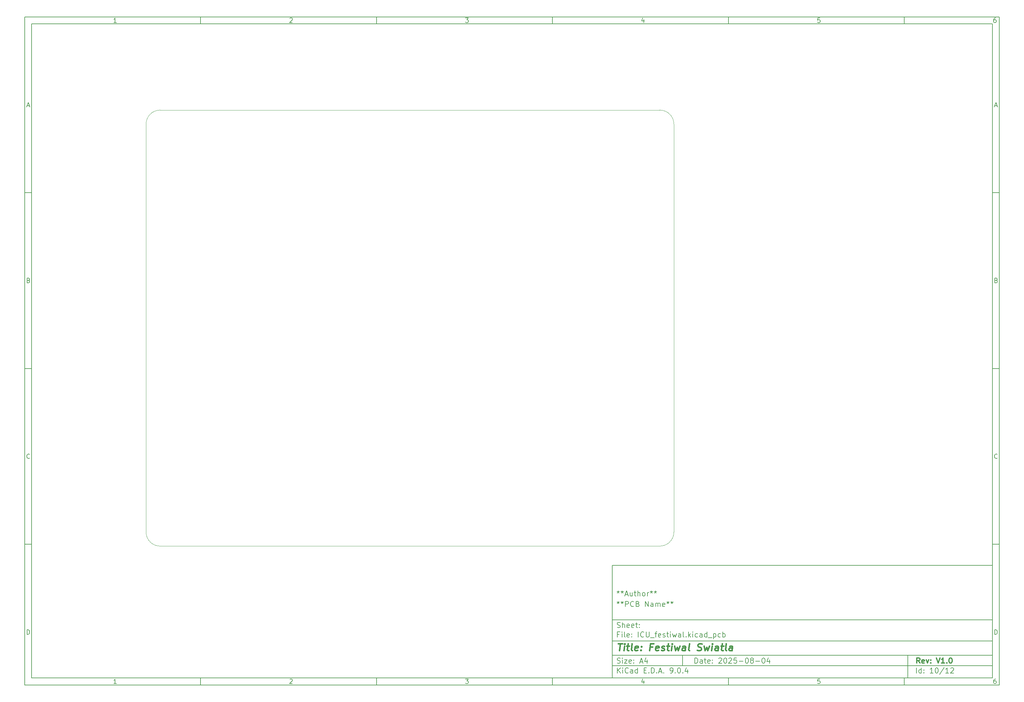
<source format=gbr>
%TF.GenerationSoftware,KiCad,Pcbnew,9.0.4*%
%TF.CreationDate,2025-08-27T10:43:00+02:00*%
%TF.ProjectId,ICU_festiwal,4943555f-6665-4737-9469-77616c2e6b69,V1.0*%
%TF.SameCoordinates,Original*%
%TF.FileFunction,Other,User*%
%FSLAX46Y46*%
G04 Gerber Fmt 4.6, Leading zero omitted, Abs format (unit mm)*
G04 Created by KiCad (PCBNEW 9.0.4) date 2025-08-27 10:43:00*
%MOMM*%
%LPD*%
G01*
G04 APERTURE LIST*
%ADD10C,0.100000*%
%ADD11C,0.150000*%
%ADD12C,0.300000*%
%ADD13C,0.400000*%
%TA.AperFunction,Profile*%
%ADD14C,0.050000*%
%TD*%
G04 APERTURE END LIST*
D10*
D11*
X177002200Y-166007200D02*
X285002200Y-166007200D01*
X285002200Y-198007200D01*
X177002200Y-198007200D01*
X177002200Y-166007200D01*
D10*
D11*
X10000000Y-10000000D02*
X287002200Y-10000000D01*
X287002200Y-200007200D01*
X10000000Y-200007200D01*
X10000000Y-10000000D01*
D10*
D11*
X12000000Y-12000000D02*
X285002200Y-12000000D01*
X285002200Y-198007200D01*
X12000000Y-198007200D01*
X12000000Y-12000000D01*
D10*
D11*
X60000000Y-12000000D02*
X60000000Y-10000000D01*
D10*
D11*
X110000000Y-12000000D02*
X110000000Y-10000000D01*
D10*
D11*
X160000000Y-12000000D02*
X160000000Y-10000000D01*
D10*
D11*
X210000000Y-12000000D02*
X210000000Y-10000000D01*
D10*
D11*
X260000000Y-12000000D02*
X260000000Y-10000000D01*
D10*
D11*
X36089160Y-11593604D02*
X35346303Y-11593604D01*
X35717731Y-11593604D02*
X35717731Y-10293604D01*
X35717731Y-10293604D02*
X35593922Y-10479319D01*
X35593922Y-10479319D02*
X35470112Y-10603128D01*
X35470112Y-10603128D02*
X35346303Y-10665033D01*
D10*
D11*
X85346303Y-10417414D02*
X85408207Y-10355509D01*
X85408207Y-10355509D02*
X85532017Y-10293604D01*
X85532017Y-10293604D02*
X85841541Y-10293604D01*
X85841541Y-10293604D02*
X85965350Y-10355509D01*
X85965350Y-10355509D02*
X86027255Y-10417414D01*
X86027255Y-10417414D02*
X86089160Y-10541223D01*
X86089160Y-10541223D02*
X86089160Y-10665033D01*
X86089160Y-10665033D02*
X86027255Y-10850747D01*
X86027255Y-10850747D02*
X85284398Y-11593604D01*
X85284398Y-11593604D02*
X86089160Y-11593604D01*
D10*
D11*
X135284398Y-10293604D02*
X136089160Y-10293604D01*
X136089160Y-10293604D02*
X135655826Y-10788842D01*
X135655826Y-10788842D02*
X135841541Y-10788842D01*
X135841541Y-10788842D02*
X135965350Y-10850747D01*
X135965350Y-10850747D02*
X136027255Y-10912652D01*
X136027255Y-10912652D02*
X136089160Y-11036461D01*
X136089160Y-11036461D02*
X136089160Y-11345985D01*
X136089160Y-11345985D02*
X136027255Y-11469795D01*
X136027255Y-11469795D02*
X135965350Y-11531700D01*
X135965350Y-11531700D02*
X135841541Y-11593604D01*
X135841541Y-11593604D02*
X135470112Y-11593604D01*
X135470112Y-11593604D02*
X135346303Y-11531700D01*
X135346303Y-11531700D02*
X135284398Y-11469795D01*
D10*
D11*
X185965350Y-10726938D02*
X185965350Y-11593604D01*
X185655826Y-10231700D02*
X185346303Y-11160271D01*
X185346303Y-11160271D02*
X186151064Y-11160271D01*
D10*
D11*
X236027255Y-10293604D02*
X235408207Y-10293604D01*
X235408207Y-10293604D02*
X235346303Y-10912652D01*
X235346303Y-10912652D02*
X235408207Y-10850747D01*
X235408207Y-10850747D02*
X235532017Y-10788842D01*
X235532017Y-10788842D02*
X235841541Y-10788842D01*
X235841541Y-10788842D02*
X235965350Y-10850747D01*
X235965350Y-10850747D02*
X236027255Y-10912652D01*
X236027255Y-10912652D02*
X236089160Y-11036461D01*
X236089160Y-11036461D02*
X236089160Y-11345985D01*
X236089160Y-11345985D02*
X236027255Y-11469795D01*
X236027255Y-11469795D02*
X235965350Y-11531700D01*
X235965350Y-11531700D02*
X235841541Y-11593604D01*
X235841541Y-11593604D02*
X235532017Y-11593604D01*
X235532017Y-11593604D02*
X235408207Y-11531700D01*
X235408207Y-11531700D02*
X235346303Y-11469795D01*
D10*
D11*
X285965350Y-10293604D02*
X285717731Y-10293604D01*
X285717731Y-10293604D02*
X285593922Y-10355509D01*
X285593922Y-10355509D02*
X285532017Y-10417414D01*
X285532017Y-10417414D02*
X285408207Y-10603128D01*
X285408207Y-10603128D02*
X285346303Y-10850747D01*
X285346303Y-10850747D02*
X285346303Y-11345985D01*
X285346303Y-11345985D02*
X285408207Y-11469795D01*
X285408207Y-11469795D02*
X285470112Y-11531700D01*
X285470112Y-11531700D02*
X285593922Y-11593604D01*
X285593922Y-11593604D02*
X285841541Y-11593604D01*
X285841541Y-11593604D02*
X285965350Y-11531700D01*
X285965350Y-11531700D02*
X286027255Y-11469795D01*
X286027255Y-11469795D02*
X286089160Y-11345985D01*
X286089160Y-11345985D02*
X286089160Y-11036461D01*
X286089160Y-11036461D02*
X286027255Y-10912652D01*
X286027255Y-10912652D02*
X285965350Y-10850747D01*
X285965350Y-10850747D02*
X285841541Y-10788842D01*
X285841541Y-10788842D02*
X285593922Y-10788842D01*
X285593922Y-10788842D02*
X285470112Y-10850747D01*
X285470112Y-10850747D02*
X285408207Y-10912652D01*
X285408207Y-10912652D02*
X285346303Y-11036461D01*
D10*
D11*
X60000000Y-198007200D02*
X60000000Y-200007200D01*
D10*
D11*
X110000000Y-198007200D02*
X110000000Y-200007200D01*
D10*
D11*
X160000000Y-198007200D02*
X160000000Y-200007200D01*
D10*
D11*
X210000000Y-198007200D02*
X210000000Y-200007200D01*
D10*
D11*
X260000000Y-198007200D02*
X260000000Y-200007200D01*
D10*
D11*
X36089160Y-199600804D02*
X35346303Y-199600804D01*
X35717731Y-199600804D02*
X35717731Y-198300804D01*
X35717731Y-198300804D02*
X35593922Y-198486519D01*
X35593922Y-198486519D02*
X35470112Y-198610328D01*
X35470112Y-198610328D02*
X35346303Y-198672233D01*
D10*
D11*
X85346303Y-198424614D02*
X85408207Y-198362709D01*
X85408207Y-198362709D02*
X85532017Y-198300804D01*
X85532017Y-198300804D02*
X85841541Y-198300804D01*
X85841541Y-198300804D02*
X85965350Y-198362709D01*
X85965350Y-198362709D02*
X86027255Y-198424614D01*
X86027255Y-198424614D02*
X86089160Y-198548423D01*
X86089160Y-198548423D02*
X86089160Y-198672233D01*
X86089160Y-198672233D02*
X86027255Y-198857947D01*
X86027255Y-198857947D02*
X85284398Y-199600804D01*
X85284398Y-199600804D02*
X86089160Y-199600804D01*
D10*
D11*
X135284398Y-198300804D02*
X136089160Y-198300804D01*
X136089160Y-198300804D02*
X135655826Y-198796042D01*
X135655826Y-198796042D02*
X135841541Y-198796042D01*
X135841541Y-198796042D02*
X135965350Y-198857947D01*
X135965350Y-198857947D02*
X136027255Y-198919852D01*
X136027255Y-198919852D02*
X136089160Y-199043661D01*
X136089160Y-199043661D02*
X136089160Y-199353185D01*
X136089160Y-199353185D02*
X136027255Y-199476995D01*
X136027255Y-199476995D02*
X135965350Y-199538900D01*
X135965350Y-199538900D02*
X135841541Y-199600804D01*
X135841541Y-199600804D02*
X135470112Y-199600804D01*
X135470112Y-199600804D02*
X135346303Y-199538900D01*
X135346303Y-199538900D02*
X135284398Y-199476995D01*
D10*
D11*
X185965350Y-198734138D02*
X185965350Y-199600804D01*
X185655826Y-198238900D02*
X185346303Y-199167471D01*
X185346303Y-199167471D02*
X186151064Y-199167471D01*
D10*
D11*
X236027255Y-198300804D02*
X235408207Y-198300804D01*
X235408207Y-198300804D02*
X235346303Y-198919852D01*
X235346303Y-198919852D02*
X235408207Y-198857947D01*
X235408207Y-198857947D02*
X235532017Y-198796042D01*
X235532017Y-198796042D02*
X235841541Y-198796042D01*
X235841541Y-198796042D02*
X235965350Y-198857947D01*
X235965350Y-198857947D02*
X236027255Y-198919852D01*
X236027255Y-198919852D02*
X236089160Y-199043661D01*
X236089160Y-199043661D02*
X236089160Y-199353185D01*
X236089160Y-199353185D02*
X236027255Y-199476995D01*
X236027255Y-199476995D02*
X235965350Y-199538900D01*
X235965350Y-199538900D02*
X235841541Y-199600804D01*
X235841541Y-199600804D02*
X235532017Y-199600804D01*
X235532017Y-199600804D02*
X235408207Y-199538900D01*
X235408207Y-199538900D02*
X235346303Y-199476995D01*
D10*
D11*
X285965350Y-198300804D02*
X285717731Y-198300804D01*
X285717731Y-198300804D02*
X285593922Y-198362709D01*
X285593922Y-198362709D02*
X285532017Y-198424614D01*
X285532017Y-198424614D02*
X285408207Y-198610328D01*
X285408207Y-198610328D02*
X285346303Y-198857947D01*
X285346303Y-198857947D02*
X285346303Y-199353185D01*
X285346303Y-199353185D02*
X285408207Y-199476995D01*
X285408207Y-199476995D02*
X285470112Y-199538900D01*
X285470112Y-199538900D02*
X285593922Y-199600804D01*
X285593922Y-199600804D02*
X285841541Y-199600804D01*
X285841541Y-199600804D02*
X285965350Y-199538900D01*
X285965350Y-199538900D02*
X286027255Y-199476995D01*
X286027255Y-199476995D02*
X286089160Y-199353185D01*
X286089160Y-199353185D02*
X286089160Y-199043661D01*
X286089160Y-199043661D02*
X286027255Y-198919852D01*
X286027255Y-198919852D02*
X285965350Y-198857947D01*
X285965350Y-198857947D02*
X285841541Y-198796042D01*
X285841541Y-198796042D02*
X285593922Y-198796042D01*
X285593922Y-198796042D02*
X285470112Y-198857947D01*
X285470112Y-198857947D02*
X285408207Y-198919852D01*
X285408207Y-198919852D02*
X285346303Y-199043661D01*
D10*
D11*
X10000000Y-60000000D02*
X12000000Y-60000000D01*
D10*
D11*
X10000000Y-110000000D02*
X12000000Y-110000000D01*
D10*
D11*
X10000000Y-160000000D02*
X12000000Y-160000000D01*
D10*
D11*
X10690476Y-35222176D02*
X11309523Y-35222176D01*
X10566666Y-35593604D02*
X10999999Y-34293604D01*
X10999999Y-34293604D02*
X11433333Y-35593604D01*
D10*
D11*
X11092857Y-84912652D02*
X11278571Y-84974557D01*
X11278571Y-84974557D02*
X11340476Y-85036461D01*
X11340476Y-85036461D02*
X11402380Y-85160271D01*
X11402380Y-85160271D02*
X11402380Y-85345985D01*
X11402380Y-85345985D02*
X11340476Y-85469795D01*
X11340476Y-85469795D02*
X11278571Y-85531700D01*
X11278571Y-85531700D02*
X11154761Y-85593604D01*
X11154761Y-85593604D02*
X10659523Y-85593604D01*
X10659523Y-85593604D02*
X10659523Y-84293604D01*
X10659523Y-84293604D02*
X11092857Y-84293604D01*
X11092857Y-84293604D02*
X11216666Y-84355509D01*
X11216666Y-84355509D02*
X11278571Y-84417414D01*
X11278571Y-84417414D02*
X11340476Y-84541223D01*
X11340476Y-84541223D02*
X11340476Y-84665033D01*
X11340476Y-84665033D02*
X11278571Y-84788842D01*
X11278571Y-84788842D02*
X11216666Y-84850747D01*
X11216666Y-84850747D02*
X11092857Y-84912652D01*
X11092857Y-84912652D02*
X10659523Y-84912652D01*
D10*
D11*
X11402380Y-135469795D02*
X11340476Y-135531700D01*
X11340476Y-135531700D02*
X11154761Y-135593604D01*
X11154761Y-135593604D02*
X11030952Y-135593604D01*
X11030952Y-135593604D02*
X10845238Y-135531700D01*
X10845238Y-135531700D02*
X10721428Y-135407890D01*
X10721428Y-135407890D02*
X10659523Y-135284080D01*
X10659523Y-135284080D02*
X10597619Y-135036461D01*
X10597619Y-135036461D02*
X10597619Y-134850747D01*
X10597619Y-134850747D02*
X10659523Y-134603128D01*
X10659523Y-134603128D02*
X10721428Y-134479319D01*
X10721428Y-134479319D02*
X10845238Y-134355509D01*
X10845238Y-134355509D02*
X11030952Y-134293604D01*
X11030952Y-134293604D02*
X11154761Y-134293604D01*
X11154761Y-134293604D02*
X11340476Y-134355509D01*
X11340476Y-134355509D02*
X11402380Y-134417414D01*
D10*
D11*
X10659523Y-185593604D02*
X10659523Y-184293604D01*
X10659523Y-184293604D02*
X10969047Y-184293604D01*
X10969047Y-184293604D02*
X11154761Y-184355509D01*
X11154761Y-184355509D02*
X11278571Y-184479319D01*
X11278571Y-184479319D02*
X11340476Y-184603128D01*
X11340476Y-184603128D02*
X11402380Y-184850747D01*
X11402380Y-184850747D02*
X11402380Y-185036461D01*
X11402380Y-185036461D02*
X11340476Y-185284080D01*
X11340476Y-185284080D02*
X11278571Y-185407890D01*
X11278571Y-185407890D02*
X11154761Y-185531700D01*
X11154761Y-185531700D02*
X10969047Y-185593604D01*
X10969047Y-185593604D02*
X10659523Y-185593604D01*
D10*
D11*
X287002200Y-60000000D02*
X285002200Y-60000000D01*
D10*
D11*
X287002200Y-110000000D02*
X285002200Y-110000000D01*
D10*
D11*
X287002200Y-160000000D02*
X285002200Y-160000000D01*
D10*
D11*
X285692676Y-35222176D02*
X286311723Y-35222176D01*
X285568866Y-35593604D02*
X286002199Y-34293604D01*
X286002199Y-34293604D02*
X286435533Y-35593604D01*
D10*
D11*
X286095057Y-84912652D02*
X286280771Y-84974557D01*
X286280771Y-84974557D02*
X286342676Y-85036461D01*
X286342676Y-85036461D02*
X286404580Y-85160271D01*
X286404580Y-85160271D02*
X286404580Y-85345985D01*
X286404580Y-85345985D02*
X286342676Y-85469795D01*
X286342676Y-85469795D02*
X286280771Y-85531700D01*
X286280771Y-85531700D02*
X286156961Y-85593604D01*
X286156961Y-85593604D02*
X285661723Y-85593604D01*
X285661723Y-85593604D02*
X285661723Y-84293604D01*
X285661723Y-84293604D02*
X286095057Y-84293604D01*
X286095057Y-84293604D02*
X286218866Y-84355509D01*
X286218866Y-84355509D02*
X286280771Y-84417414D01*
X286280771Y-84417414D02*
X286342676Y-84541223D01*
X286342676Y-84541223D02*
X286342676Y-84665033D01*
X286342676Y-84665033D02*
X286280771Y-84788842D01*
X286280771Y-84788842D02*
X286218866Y-84850747D01*
X286218866Y-84850747D02*
X286095057Y-84912652D01*
X286095057Y-84912652D02*
X285661723Y-84912652D01*
D10*
D11*
X286404580Y-135469795D02*
X286342676Y-135531700D01*
X286342676Y-135531700D02*
X286156961Y-135593604D01*
X286156961Y-135593604D02*
X286033152Y-135593604D01*
X286033152Y-135593604D02*
X285847438Y-135531700D01*
X285847438Y-135531700D02*
X285723628Y-135407890D01*
X285723628Y-135407890D02*
X285661723Y-135284080D01*
X285661723Y-135284080D02*
X285599819Y-135036461D01*
X285599819Y-135036461D02*
X285599819Y-134850747D01*
X285599819Y-134850747D02*
X285661723Y-134603128D01*
X285661723Y-134603128D02*
X285723628Y-134479319D01*
X285723628Y-134479319D02*
X285847438Y-134355509D01*
X285847438Y-134355509D02*
X286033152Y-134293604D01*
X286033152Y-134293604D02*
X286156961Y-134293604D01*
X286156961Y-134293604D02*
X286342676Y-134355509D01*
X286342676Y-134355509D02*
X286404580Y-134417414D01*
D10*
D11*
X285661723Y-185593604D02*
X285661723Y-184293604D01*
X285661723Y-184293604D02*
X285971247Y-184293604D01*
X285971247Y-184293604D02*
X286156961Y-184355509D01*
X286156961Y-184355509D02*
X286280771Y-184479319D01*
X286280771Y-184479319D02*
X286342676Y-184603128D01*
X286342676Y-184603128D02*
X286404580Y-184850747D01*
X286404580Y-184850747D02*
X286404580Y-185036461D01*
X286404580Y-185036461D02*
X286342676Y-185284080D01*
X286342676Y-185284080D02*
X286280771Y-185407890D01*
X286280771Y-185407890D02*
X286156961Y-185531700D01*
X286156961Y-185531700D02*
X285971247Y-185593604D01*
X285971247Y-185593604D02*
X285661723Y-185593604D01*
D10*
D11*
X200458026Y-193793328D02*
X200458026Y-192293328D01*
X200458026Y-192293328D02*
X200815169Y-192293328D01*
X200815169Y-192293328D02*
X201029455Y-192364757D01*
X201029455Y-192364757D02*
X201172312Y-192507614D01*
X201172312Y-192507614D02*
X201243741Y-192650471D01*
X201243741Y-192650471D02*
X201315169Y-192936185D01*
X201315169Y-192936185D02*
X201315169Y-193150471D01*
X201315169Y-193150471D02*
X201243741Y-193436185D01*
X201243741Y-193436185D02*
X201172312Y-193579042D01*
X201172312Y-193579042D02*
X201029455Y-193721900D01*
X201029455Y-193721900D02*
X200815169Y-193793328D01*
X200815169Y-193793328D02*
X200458026Y-193793328D01*
X202600884Y-193793328D02*
X202600884Y-193007614D01*
X202600884Y-193007614D02*
X202529455Y-192864757D01*
X202529455Y-192864757D02*
X202386598Y-192793328D01*
X202386598Y-192793328D02*
X202100884Y-192793328D01*
X202100884Y-192793328D02*
X201958026Y-192864757D01*
X202600884Y-193721900D02*
X202458026Y-193793328D01*
X202458026Y-193793328D02*
X202100884Y-193793328D01*
X202100884Y-193793328D02*
X201958026Y-193721900D01*
X201958026Y-193721900D02*
X201886598Y-193579042D01*
X201886598Y-193579042D02*
X201886598Y-193436185D01*
X201886598Y-193436185D02*
X201958026Y-193293328D01*
X201958026Y-193293328D02*
X202100884Y-193221900D01*
X202100884Y-193221900D02*
X202458026Y-193221900D01*
X202458026Y-193221900D02*
X202600884Y-193150471D01*
X203100884Y-192793328D02*
X203672312Y-192793328D01*
X203315169Y-192293328D02*
X203315169Y-193579042D01*
X203315169Y-193579042D02*
X203386598Y-193721900D01*
X203386598Y-193721900D02*
X203529455Y-193793328D01*
X203529455Y-193793328D02*
X203672312Y-193793328D01*
X204743741Y-193721900D02*
X204600884Y-193793328D01*
X204600884Y-193793328D02*
X204315170Y-193793328D01*
X204315170Y-193793328D02*
X204172312Y-193721900D01*
X204172312Y-193721900D02*
X204100884Y-193579042D01*
X204100884Y-193579042D02*
X204100884Y-193007614D01*
X204100884Y-193007614D02*
X204172312Y-192864757D01*
X204172312Y-192864757D02*
X204315170Y-192793328D01*
X204315170Y-192793328D02*
X204600884Y-192793328D01*
X204600884Y-192793328D02*
X204743741Y-192864757D01*
X204743741Y-192864757D02*
X204815170Y-193007614D01*
X204815170Y-193007614D02*
X204815170Y-193150471D01*
X204815170Y-193150471D02*
X204100884Y-193293328D01*
X205458026Y-193650471D02*
X205529455Y-193721900D01*
X205529455Y-193721900D02*
X205458026Y-193793328D01*
X205458026Y-193793328D02*
X205386598Y-193721900D01*
X205386598Y-193721900D02*
X205458026Y-193650471D01*
X205458026Y-193650471D02*
X205458026Y-193793328D01*
X205458026Y-192864757D02*
X205529455Y-192936185D01*
X205529455Y-192936185D02*
X205458026Y-193007614D01*
X205458026Y-193007614D02*
X205386598Y-192936185D01*
X205386598Y-192936185D02*
X205458026Y-192864757D01*
X205458026Y-192864757D02*
X205458026Y-193007614D01*
X207243741Y-192436185D02*
X207315169Y-192364757D01*
X207315169Y-192364757D02*
X207458027Y-192293328D01*
X207458027Y-192293328D02*
X207815169Y-192293328D01*
X207815169Y-192293328D02*
X207958027Y-192364757D01*
X207958027Y-192364757D02*
X208029455Y-192436185D01*
X208029455Y-192436185D02*
X208100884Y-192579042D01*
X208100884Y-192579042D02*
X208100884Y-192721900D01*
X208100884Y-192721900D02*
X208029455Y-192936185D01*
X208029455Y-192936185D02*
X207172312Y-193793328D01*
X207172312Y-193793328D02*
X208100884Y-193793328D01*
X209029455Y-192293328D02*
X209172312Y-192293328D01*
X209172312Y-192293328D02*
X209315169Y-192364757D01*
X209315169Y-192364757D02*
X209386598Y-192436185D01*
X209386598Y-192436185D02*
X209458026Y-192579042D01*
X209458026Y-192579042D02*
X209529455Y-192864757D01*
X209529455Y-192864757D02*
X209529455Y-193221900D01*
X209529455Y-193221900D02*
X209458026Y-193507614D01*
X209458026Y-193507614D02*
X209386598Y-193650471D01*
X209386598Y-193650471D02*
X209315169Y-193721900D01*
X209315169Y-193721900D02*
X209172312Y-193793328D01*
X209172312Y-193793328D02*
X209029455Y-193793328D01*
X209029455Y-193793328D02*
X208886598Y-193721900D01*
X208886598Y-193721900D02*
X208815169Y-193650471D01*
X208815169Y-193650471D02*
X208743740Y-193507614D01*
X208743740Y-193507614D02*
X208672312Y-193221900D01*
X208672312Y-193221900D02*
X208672312Y-192864757D01*
X208672312Y-192864757D02*
X208743740Y-192579042D01*
X208743740Y-192579042D02*
X208815169Y-192436185D01*
X208815169Y-192436185D02*
X208886598Y-192364757D01*
X208886598Y-192364757D02*
X209029455Y-192293328D01*
X210100883Y-192436185D02*
X210172311Y-192364757D01*
X210172311Y-192364757D02*
X210315169Y-192293328D01*
X210315169Y-192293328D02*
X210672311Y-192293328D01*
X210672311Y-192293328D02*
X210815169Y-192364757D01*
X210815169Y-192364757D02*
X210886597Y-192436185D01*
X210886597Y-192436185D02*
X210958026Y-192579042D01*
X210958026Y-192579042D02*
X210958026Y-192721900D01*
X210958026Y-192721900D02*
X210886597Y-192936185D01*
X210886597Y-192936185D02*
X210029454Y-193793328D01*
X210029454Y-193793328D02*
X210958026Y-193793328D01*
X212315168Y-192293328D02*
X211600882Y-192293328D01*
X211600882Y-192293328D02*
X211529454Y-193007614D01*
X211529454Y-193007614D02*
X211600882Y-192936185D01*
X211600882Y-192936185D02*
X211743740Y-192864757D01*
X211743740Y-192864757D02*
X212100882Y-192864757D01*
X212100882Y-192864757D02*
X212243740Y-192936185D01*
X212243740Y-192936185D02*
X212315168Y-193007614D01*
X212315168Y-193007614D02*
X212386597Y-193150471D01*
X212386597Y-193150471D02*
X212386597Y-193507614D01*
X212386597Y-193507614D02*
X212315168Y-193650471D01*
X212315168Y-193650471D02*
X212243740Y-193721900D01*
X212243740Y-193721900D02*
X212100882Y-193793328D01*
X212100882Y-193793328D02*
X211743740Y-193793328D01*
X211743740Y-193793328D02*
X211600882Y-193721900D01*
X211600882Y-193721900D02*
X211529454Y-193650471D01*
X213029453Y-193221900D02*
X214172311Y-193221900D01*
X215172311Y-192293328D02*
X215315168Y-192293328D01*
X215315168Y-192293328D02*
X215458025Y-192364757D01*
X215458025Y-192364757D02*
X215529454Y-192436185D01*
X215529454Y-192436185D02*
X215600882Y-192579042D01*
X215600882Y-192579042D02*
X215672311Y-192864757D01*
X215672311Y-192864757D02*
X215672311Y-193221900D01*
X215672311Y-193221900D02*
X215600882Y-193507614D01*
X215600882Y-193507614D02*
X215529454Y-193650471D01*
X215529454Y-193650471D02*
X215458025Y-193721900D01*
X215458025Y-193721900D02*
X215315168Y-193793328D01*
X215315168Y-193793328D02*
X215172311Y-193793328D01*
X215172311Y-193793328D02*
X215029454Y-193721900D01*
X215029454Y-193721900D02*
X214958025Y-193650471D01*
X214958025Y-193650471D02*
X214886596Y-193507614D01*
X214886596Y-193507614D02*
X214815168Y-193221900D01*
X214815168Y-193221900D02*
X214815168Y-192864757D01*
X214815168Y-192864757D02*
X214886596Y-192579042D01*
X214886596Y-192579042D02*
X214958025Y-192436185D01*
X214958025Y-192436185D02*
X215029454Y-192364757D01*
X215029454Y-192364757D02*
X215172311Y-192293328D01*
X216529453Y-192936185D02*
X216386596Y-192864757D01*
X216386596Y-192864757D02*
X216315167Y-192793328D01*
X216315167Y-192793328D02*
X216243739Y-192650471D01*
X216243739Y-192650471D02*
X216243739Y-192579042D01*
X216243739Y-192579042D02*
X216315167Y-192436185D01*
X216315167Y-192436185D02*
X216386596Y-192364757D01*
X216386596Y-192364757D02*
X216529453Y-192293328D01*
X216529453Y-192293328D02*
X216815167Y-192293328D01*
X216815167Y-192293328D02*
X216958025Y-192364757D01*
X216958025Y-192364757D02*
X217029453Y-192436185D01*
X217029453Y-192436185D02*
X217100882Y-192579042D01*
X217100882Y-192579042D02*
X217100882Y-192650471D01*
X217100882Y-192650471D02*
X217029453Y-192793328D01*
X217029453Y-192793328D02*
X216958025Y-192864757D01*
X216958025Y-192864757D02*
X216815167Y-192936185D01*
X216815167Y-192936185D02*
X216529453Y-192936185D01*
X216529453Y-192936185D02*
X216386596Y-193007614D01*
X216386596Y-193007614D02*
X216315167Y-193079042D01*
X216315167Y-193079042D02*
X216243739Y-193221900D01*
X216243739Y-193221900D02*
X216243739Y-193507614D01*
X216243739Y-193507614D02*
X216315167Y-193650471D01*
X216315167Y-193650471D02*
X216386596Y-193721900D01*
X216386596Y-193721900D02*
X216529453Y-193793328D01*
X216529453Y-193793328D02*
X216815167Y-193793328D01*
X216815167Y-193793328D02*
X216958025Y-193721900D01*
X216958025Y-193721900D02*
X217029453Y-193650471D01*
X217029453Y-193650471D02*
X217100882Y-193507614D01*
X217100882Y-193507614D02*
X217100882Y-193221900D01*
X217100882Y-193221900D02*
X217029453Y-193079042D01*
X217029453Y-193079042D02*
X216958025Y-193007614D01*
X216958025Y-193007614D02*
X216815167Y-192936185D01*
X217743738Y-193221900D02*
X218886596Y-193221900D01*
X219886596Y-192293328D02*
X220029453Y-192293328D01*
X220029453Y-192293328D02*
X220172310Y-192364757D01*
X220172310Y-192364757D02*
X220243739Y-192436185D01*
X220243739Y-192436185D02*
X220315167Y-192579042D01*
X220315167Y-192579042D02*
X220386596Y-192864757D01*
X220386596Y-192864757D02*
X220386596Y-193221900D01*
X220386596Y-193221900D02*
X220315167Y-193507614D01*
X220315167Y-193507614D02*
X220243739Y-193650471D01*
X220243739Y-193650471D02*
X220172310Y-193721900D01*
X220172310Y-193721900D02*
X220029453Y-193793328D01*
X220029453Y-193793328D02*
X219886596Y-193793328D01*
X219886596Y-193793328D02*
X219743739Y-193721900D01*
X219743739Y-193721900D02*
X219672310Y-193650471D01*
X219672310Y-193650471D02*
X219600881Y-193507614D01*
X219600881Y-193507614D02*
X219529453Y-193221900D01*
X219529453Y-193221900D02*
X219529453Y-192864757D01*
X219529453Y-192864757D02*
X219600881Y-192579042D01*
X219600881Y-192579042D02*
X219672310Y-192436185D01*
X219672310Y-192436185D02*
X219743739Y-192364757D01*
X219743739Y-192364757D02*
X219886596Y-192293328D01*
X221672310Y-192793328D02*
X221672310Y-193793328D01*
X221315167Y-192221900D02*
X220958024Y-193293328D01*
X220958024Y-193293328D02*
X221886595Y-193293328D01*
D10*
D11*
X177002200Y-194507200D02*
X285002200Y-194507200D01*
D10*
D11*
X178458026Y-196593328D02*
X178458026Y-195093328D01*
X179315169Y-196593328D02*
X178672312Y-195736185D01*
X179315169Y-195093328D02*
X178458026Y-195950471D01*
X179958026Y-196593328D02*
X179958026Y-195593328D01*
X179958026Y-195093328D02*
X179886598Y-195164757D01*
X179886598Y-195164757D02*
X179958026Y-195236185D01*
X179958026Y-195236185D02*
X180029455Y-195164757D01*
X180029455Y-195164757D02*
X179958026Y-195093328D01*
X179958026Y-195093328D02*
X179958026Y-195236185D01*
X181529455Y-196450471D02*
X181458027Y-196521900D01*
X181458027Y-196521900D02*
X181243741Y-196593328D01*
X181243741Y-196593328D02*
X181100884Y-196593328D01*
X181100884Y-196593328D02*
X180886598Y-196521900D01*
X180886598Y-196521900D02*
X180743741Y-196379042D01*
X180743741Y-196379042D02*
X180672312Y-196236185D01*
X180672312Y-196236185D02*
X180600884Y-195950471D01*
X180600884Y-195950471D02*
X180600884Y-195736185D01*
X180600884Y-195736185D02*
X180672312Y-195450471D01*
X180672312Y-195450471D02*
X180743741Y-195307614D01*
X180743741Y-195307614D02*
X180886598Y-195164757D01*
X180886598Y-195164757D02*
X181100884Y-195093328D01*
X181100884Y-195093328D02*
X181243741Y-195093328D01*
X181243741Y-195093328D02*
X181458027Y-195164757D01*
X181458027Y-195164757D02*
X181529455Y-195236185D01*
X182815170Y-196593328D02*
X182815170Y-195807614D01*
X182815170Y-195807614D02*
X182743741Y-195664757D01*
X182743741Y-195664757D02*
X182600884Y-195593328D01*
X182600884Y-195593328D02*
X182315170Y-195593328D01*
X182315170Y-195593328D02*
X182172312Y-195664757D01*
X182815170Y-196521900D02*
X182672312Y-196593328D01*
X182672312Y-196593328D02*
X182315170Y-196593328D01*
X182315170Y-196593328D02*
X182172312Y-196521900D01*
X182172312Y-196521900D02*
X182100884Y-196379042D01*
X182100884Y-196379042D02*
X182100884Y-196236185D01*
X182100884Y-196236185D02*
X182172312Y-196093328D01*
X182172312Y-196093328D02*
X182315170Y-196021900D01*
X182315170Y-196021900D02*
X182672312Y-196021900D01*
X182672312Y-196021900D02*
X182815170Y-195950471D01*
X184172313Y-196593328D02*
X184172313Y-195093328D01*
X184172313Y-196521900D02*
X184029455Y-196593328D01*
X184029455Y-196593328D02*
X183743741Y-196593328D01*
X183743741Y-196593328D02*
X183600884Y-196521900D01*
X183600884Y-196521900D02*
X183529455Y-196450471D01*
X183529455Y-196450471D02*
X183458027Y-196307614D01*
X183458027Y-196307614D02*
X183458027Y-195879042D01*
X183458027Y-195879042D02*
X183529455Y-195736185D01*
X183529455Y-195736185D02*
X183600884Y-195664757D01*
X183600884Y-195664757D02*
X183743741Y-195593328D01*
X183743741Y-195593328D02*
X184029455Y-195593328D01*
X184029455Y-195593328D02*
X184172313Y-195664757D01*
X186029455Y-195807614D02*
X186529455Y-195807614D01*
X186743741Y-196593328D02*
X186029455Y-196593328D01*
X186029455Y-196593328D02*
X186029455Y-195093328D01*
X186029455Y-195093328D02*
X186743741Y-195093328D01*
X187386598Y-196450471D02*
X187458027Y-196521900D01*
X187458027Y-196521900D02*
X187386598Y-196593328D01*
X187386598Y-196593328D02*
X187315170Y-196521900D01*
X187315170Y-196521900D02*
X187386598Y-196450471D01*
X187386598Y-196450471D02*
X187386598Y-196593328D01*
X188100884Y-196593328D02*
X188100884Y-195093328D01*
X188100884Y-195093328D02*
X188458027Y-195093328D01*
X188458027Y-195093328D02*
X188672313Y-195164757D01*
X188672313Y-195164757D02*
X188815170Y-195307614D01*
X188815170Y-195307614D02*
X188886599Y-195450471D01*
X188886599Y-195450471D02*
X188958027Y-195736185D01*
X188958027Y-195736185D02*
X188958027Y-195950471D01*
X188958027Y-195950471D02*
X188886599Y-196236185D01*
X188886599Y-196236185D02*
X188815170Y-196379042D01*
X188815170Y-196379042D02*
X188672313Y-196521900D01*
X188672313Y-196521900D02*
X188458027Y-196593328D01*
X188458027Y-196593328D02*
X188100884Y-196593328D01*
X189600884Y-196450471D02*
X189672313Y-196521900D01*
X189672313Y-196521900D02*
X189600884Y-196593328D01*
X189600884Y-196593328D02*
X189529456Y-196521900D01*
X189529456Y-196521900D02*
X189600884Y-196450471D01*
X189600884Y-196450471D02*
X189600884Y-196593328D01*
X190243742Y-196164757D02*
X190958028Y-196164757D01*
X190100885Y-196593328D02*
X190600885Y-195093328D01*
X190600885Y-195093328D02*
X191100885Y-196593328D01*
X191600884Y-196450471D02*
X191672313Y-196521900D01*
X191672313Y-196521900D02*
X191600884Y-196593328D01*
X191600884Y-196593328D02*
X191529456Y-196521900D01*
X191529456Y-196521900D02*
X191600884Y-196450471D01*
X191600884Y-196450471D02*
X191600884Y-196593328D01*
X193529456Y-196593328D02*
X193815170Y-196593328D01*
X193815170Y-196593328D02*
X193958027Y-196521900D01*
X193958027Y-196521900D02*
X194029456Y-196450471D01*
X194029456Y-196450471D02*
X194172313Y-196236185D01*
X194172313Y-196236185D02*
X194243742Y-195950471D01*
X194243742Y-195950471D02*
X194243742Y-195379042D01*
X194243742Y-195379042D02*
X194172313Y-195236185D01*
X194172313Y-195236185D02*
X194100885Y-195164757D01*
X194100885Y-195164757D02*
X193958027Y-195093328D01*
X193958027Y-195093328D02*
X193672313Y-195093328D01*
X193672313Y-195093328D02*
X193529456Y-195164757D01*
X193529456Y-195164757D02*
X193458027Y-195236185D01*
X193458027Y-195236185D02*
X193386599Y-195379042D01*
X193386599Y-195379042D02*
X193386599Y-195736185D01*
X193386599Y-195736185D02*
X193458027Y-195879042D01*
X193458027Y-195879042D02*
X193529456Y-195950471D01*
X193529456Y-195950471D02*
X193672313Y-196021900D01*
X193672313Y-196021900D02*
X193958027Y-196021900D01*
X193958027Y-196021900D02*
X194100885Y-195950471D01*
X194100885Y-195950471D02*
X194172313Y-195879042D01*
X194172313Y-195879042D02*
X194243742Y-195736185D01*
X194886598Y-196450471D02*
X194958027Y-196521900D01*
X194958027Y-196521900D02*
X194886598Y-196593328D01*
X194886598Y-196593328D02*
X194815170Y-196521900D01*
X194815170Y-196521900D02*
X194886598Y-196450471D01*
X194886598Y-196450471D02*
X194886598Y-196593328D01*
X195886599Y-195093328D02*
X196029456Y-195093328D01*
X196029456Y-195093328D02*
X196172313Y-195164757D01*
X196172313Y-195164757D02*
X196243742Y-195236185D01*
X196243742Y-195236185D02*
X196315170Y-195379042D01*
X196315170Y-195379042D02*
X196386599Y-195664757D01*
X196386599Y-195664757D02*
X196386599Y-196021900D01*
X196386599Y-196021900D02*
X196315170Y-196307614D01*
X196315170Y-196307614D02*
X196243742Y-196450471D01*
X196243742Y-196450471D02*
X196172313Y-196521900D01*
X196172313Y-196521900D02*
X196029456Y-196593328D01*
X196029456Y-196593328D02*
X195886599Y-196593328D01*
X195886599Y-196593328D02*
X195743742Y-196521900D01*
X195743742Y-196521900D02*
X195672313Y-196450471D01*
X195672313Y-196450471D02*
X195600884Y-196307614D01*
X195600884Y-196307614D02*
X195529456Y-196021900D01*
X195529456Y-196021900D02*
X195529456Y-195664757D01*
X195529456Y-195664757D02*
X195600884Y-195379042D01*
X195600884Y-195379042D02*
X195672313Y-195236185D01*
X195672313Y-195236185D02*
X195743742Y-195164757D01*
X195743742Y-195164757D02*
X195886599Y-195093328D01*
X197029455Y-196450471D02*
X197100884Y-196521900D01*
X197100884Y-196521900D02*
X197029455Y-196593328D01*
X197029455Y-196593328D02*
X196958027Y-196521900D01*
X196958027Y-196521900D02*
X197029455Y-196450471D01*
X197029455Y-196450471D02*
X197029455Y-196593328D01*
X198386599Y-195593328D02*
X198386599Y-196593328D01*
X198029456Y-195021900D02*
X197672313Y-196093328D01*
X197672313Y-196093328D02*
X198600884Y-196093328D01*
D10*
D11*
X177002200Y-191507200D02*
X285002200Y-191507200D01*
D10*
D12*
X264413853Y-193785528D02*
X263913853Y-193071242D01*
X263556710Y-193785528D02*
X263556710Y-192285528D01*
X263556710Y-192285528D02*
X264128139Y-192285528D01*
X264128139Y-192285528D02*
X264270996Y-192356957D01*
X264270996Y-192356957D02*
X264342425Y-192428385D01*
X264342425Y-192428385D02*
X264413853Y-192571242D01*
X264413853Y-192571242D02*
X264413853Y-192785528D01*
X264413853Y-192785528D02*
X264342425Y-192928385D01*
X264342425Y-192928385D02*
X264270996Y-192999814D01*
X264270996Y-192999814D02*
X264128139Y-193071242D01*
X264128139Y-193071242D02*
X263556710Y-193071242D01*
X265628139Y-193714100D02*
X265485282Y-193785528D01*
X265485282Y-193785528D02*
X265199568Y-193785528D01*
X265199568Y-193785528D02*
X265056710Y-193714100D01*
X265056710Y-193714100D02*
X264985282Y-193571242D01*
X264985282Y-193571242D02*
X264985282Y-192999814D01*
X264985282Y-192999814D02*
X265056710Y-192856957D01*
X265056710Y-192856957D02*
X265199568Y-192785528D01*
X265199568Y-192785528D02*
X265485282Y-192785528D01*
X265485282Y-192785528D02*
X265628139Y-192856957D01*
X265628139Y-192856957D02*
X265699568Y-192999814D01*
X265699568Y-192999814D02*
X265699568Y-193142671D01*
X265699568Y-193142671D02*
X264985282Y-193285528D01*
X266199567Y-192785528D02*
X266556710Y-193785528D01*
X266556710Y-193785528D02*
X266913853Y-192785528D01*
X267485281Y-193642671D02*
X267556710Y-193714100D01*
X267556710Y-193714100D02*
X267485281Y-193785528D01*
X267485281Y-193785528D02*
X267413853Y-193714100D01*
X267413853Y-193714100D02*
X267485281Y-193642671D01*
X267485281Y-193642671D02*
X267485281Y-193785528D01*
X267485281Y-192856957D02*
X267556710Y-192928385D01*
X267556710Y-192928385D02*
X267485281Y-192999814D01*
X267485281Y-192999814D02*
X267413853Y-192928385D01*
X267413853Y-192928385D02*
X267485281Y-192856957D01*
X267485281Y-192856957D02*
X267485281Y-192999814D01*
X269128139Y-192285528D02*
X269628139Y-193785528D01*
X269628139Y-193785528D02*
X270128139Y-192285528D01*
X271413853Y-193785528D02*
X270556710Y-193785528D01*
X270985281Y-193785528D02*
X270985281Y-192285528D01*
X270985281Y-192285528D02*
X270842424Y-192499814D01*
X270842424Y-192499814D02*
X270699567Y-192642671D01*
X270699567Y-192642671D02*
X270556710Y-192714100D01*
X272056709Y-193642671D02*
X272128138Y-193714100D01*
X272128138Y-193714100D02*
X272056709Y-193785528D01*
X272056709Y-193785528D02*
X271985281Y-193714100D01*
X271985281Y-193714100D02*
X272056709Y-193642671D01*
X272056709Y-193642671D02*
X272056709Y-193785528D01*
X273056710Y-192285528D02*
X273199567Y-192285528D01*
X273199567Y-192285528D02*
X273342424Y-192356957D01*
X273342424Y-192356957D02*
X273413853Y-192428385D01*
X273413853Y-192428385D02*
X273485281Y-192571242D01*
X273485281Y-192571242D02*
X273556710Y-192856957D01*
X273556710Y-192856957D02*
X273556710Y-193214100D01*
X273556710Y-193214100D02*
X273485281Y-193499814D01*
X273485281Y-193499814D02*
X273413853Y-193642671D01*
X273413853Y-193642671D02*
X273342424Y-193714100D01*
X273342424Y-193714100D02*
X273199567Y-193785528D01*
X273199567Y-193785528D02*
X273056710Y-193785528D01*
X273056710Y-193785528D02*
X272913853Y-193714100D01*
X272913853Y-193714100D02*
X272842424Y-193642671D01*
X272842424Y-193642671D02*
X272770995Y-193499814D01*
X272770995Y-193499814D02*
X272699567Y-193214100D01*
X272699567Y-193214100D02*
X272699567Y-192856957D01*
X272699567Y-192856957D02*
X272770995Y-192571242D01*
X272770995Y-192571242D02*
X272842424Y-192428385D01*
X272842424Y-192428385D02*
X272913853Y-192356957D01*
X272913853Y-192356957D02*
X273056710Y-192285528D01*
D10*
D11*
X178386598Y-193721900D02*
X178600884Y-193793328D01*
X178600884Y-193793328D02*
X178958026Y-193793328D01*
X178958026Y-193793328D02*
X179100884Y-193721900D01*
X179100884Y-193721900D02*
X179172312Y-193650471D01*
X179172312Y-193650471D02*
X179243741Y-193507614D01*
X179243741Y-193507614D02*
X179243741Y-193364757D01*
X179243741Y-193364757D02*
X179172312Y-193221900D01*
X179172312Y-193221900D02*
X179100884Y-193150471D01*
X179100884Y-193150471D02*
X178958026Y-193079042D01*
X178958026Y-193079042D02*
X178672312Y-193007614D01*
X178672312Y-193007614D02*
X178529455Y-192936185D01*
X178529455Y-192936185D02*
X178458026Y-192864757D01*
X178458026Y-192864757D02*
X178386598Y-192721900D01*
X178386598Y-192721900D02*
X178386598Y-192579042D01*
X178386598Y-192579042D02*
X178458026Y-192436185D01*
X178458026Y-192436185D02*
X178529455Y-192364757D01*
X178529455Y-192364757D02*
X178672312Y-192293328D01*
X178672312Y-192293328D02*
X179029455Y-192293328D01*
X179029455Y-192293328D02*
X179243741Y-192364757D01*
X179886597Y-193793328D02*
X179886597Y-192793328D01*
X179886597Y-192293328D02*
X179815169Y-192364757D01*
X179815169Y-192364757D02*
X179886597Y-192436185D01*
X179886597Y-192436185D02*
X179958026Y-192364757D01*
X179958026Y-192364757D02*
X179886597Y-192293328D01*
X179886597Y-192293328D02*
X179886597Y-192436185D01*
X180458026Y-192793328D02*
X181243741Y-192793328D01*
X181243741Y-192793328D02*
X180458026Y-193793328D01*
X180458026Y-193793328D02*
X181243741Y-193793328D01*
X182386598Y-193721900D02*
X182243741Y-193793328D01*
X182243741Y-193793328D02*
X181958027Y-193793328D01*
X181958027Y-193793328D02*
X181815169Y-193721900D01*
X181815169Y-193721900D02*
X181743741Y-193579042D01*
X181743741Y-193579042D02*
X181743741Y-193007614D01*
X181743741Y-193007614D02*
X181815169Y-192864757D01*
X181815169Y-192864757D02*
X181958027Y-192793328D01*
X181958027Y-192793328D02*
X182243741Y-192793328D01*
X182243741Y-192793328D02*
X182386598Y-192864757D01*
X182386598Y-192864757D02*
X182458027Y-193007614D01*
X182458027Y-193007614D02*
X182458027Y-193150471D01*
X182458027Y-193150471D02*
X181743741Y-193293328D01*
X183100883Y-193650471D02*
X183172312Y-193721900D01*
X183172312Y-193721900D02*
X183100883Y-193793328D01*
X183100883Y-193793328D02*
X183029455Y-193721900D01*
X183029455Y-193721900D02*
X183100883Y-193650471D01*
X183100883Y-193650471D02*
X183100883Y-193793328D01*
X183100883Y-192864757D02*
X183172312Y-192936185D01*
X183172312Y-192936185D02*
X183100883Y-193007614D01*
X183100883Y-193007614D02*
X183029455Y-192936185D01*
X183029455Y-192936185D02*
X183100883Y-192864757D01*
X183100883Y-192864757D02*
X183100883Y-193007614D01*
X184886598Y-193364757D02*
X185600884Y-193364757D01*
X184743741Y-193793328D02*
X185243741Y-192293328D01*
X185243741Y-192293328D02*
X185743741Y-193793328D01*
X186886598Y-192793328D02*
X186886598Y-193793328D01*
X186529455Y-192221900D02*
X186172312Y-193293328D01*
X186172312Y-193293328D02*
X187100883Y-193293328D01*
D10*
D11*
X263458026Y-196593328D02*
X263458026Y-195093328D01*
X264815170Y-196593328D02*
X264815170Y-195093328D01*
X264815170Y-196521900D02*
X264672312Y-196593328D01*
X264672312Y-196593328D02*
X264386598Y-196593328D01*
X264386598Y-196593328D02*
X264243741Y-196521900D01*
X264243741Y-196521900D02*
X264172312Y-196450471D01*
X264172312Y-196450471D02*
X264100884Y-196307614D01*
X264100884Y-196307614D02*
X264100884Y-195879042D01*
X264100884Y-195879042D02*
X264172312Y-195736185D01*
X264172312Y-195736185D02*
X264243741Y-195664757D01*
X264243741Y-195664757D02*
X264386598Y-195593328D01*
X264386598Y-195593328D02*
X264672312Y-195593328D01*
X264672312Y-195593328D02*
X264815170Y-195664757D01*
X265529455Y-196450471D02*
X265600884Y-196521900D01*
X265600884Y-196521900D02*
X265529455Y-196593328D01*
X265529455Y-196593328D02*
X265458027Y-196521900D01*
X265458027Y-196521900D02*
X265529455Y-196450471D01*
X265529455Y-196450471D02*
X265529455Y-196593328D01*
X265529455Y-195664757D02*
X265600884Y-195736185D01*
X265600884Y-195736185D02*
X265529455Y-195807614D01*
X265529455Y-195807614D02*
X265458027Y-195736185D01*
X265458027Y-195736185D02*
X265529455Y-195664757D01*
X265529455Y-195664757D02*
X265529455Y-195807614D01*
X268172313Y-196593328D02*
X267315170Y-196593328D01*
X267743741Y-196593328D02*
X267743741Y-195093328D01*
X267743741Y-195093328D02*
X267600884Y-195307614D01*
X267600884Y-195307614D02*
X267458027Y-195450471D01*
X267458027Y-195450471D02*
X267315170Y-195521900D01*
X269100884Y-195093328D02*
X269243741Y-195093328D01*
X269243741Y-195093328D02*
X269386598Y-195164757D01*
X269386598Y-195164757D02*
X269458027Y-195236185D01*
X269458027Y-195236185D02*
X269529455Y-195379042D01*
X269529455Y-195379042D02*
X269600884Y-195664757D01*
X269600884Y-195664757D02*
X269600884Y-196021900D01*
X269600884Y-196021900D02*
X269529455Y-196307614D01*
X269529455Y-196307614D02*
X269458027Y-196450471D01*
X269458027Y-196450471D02*
X269386598Y-196521900D01*
X269386598Y-196521900D02*
X269243741Y-196593328D01*
X269243741Y-196593328D02*
X269100884Y-196593328D01*
X269100884Y-196593328D02*
X268958027Y-196521900D01*
X268958027Y-196521900D02*
X268886598Y-196450471D01*
X268886598Y-196450471D02*
X268815169Y-196307614D01*
X268815169Y-196307614D02*
X268743741Y-196021900D01*
X268743741Y-196021900D02*
X268743741Y-195664757D01*
X268743741Y-195664757D02*
X268815169Y-195379042D01*
X268815169Y-195379042D02*
X268886598Y-195236185D01*
X268886598Y-195236185D02*
X268958027Y-195164757D01*
X268958027Y-195164757D02*
X269100884Y-195093328D01*
X271315169Y-195021900D02*
X270029455Y-196950471D01*
X272600884Y-196593328D02*
X271743741Y-196593328D01*
X272172312Y-196593328D02*
X272172312Y-195093328D01*
X272172312Y-195093328D02*
X272029455Y-195307614D01*
X272029455Y-195307614D02*
X271886598Y-195450471D01*
X271886598Y-195450471D02*
X271743741Y-195521900D01*
X273172312Y-195236185D02*
X273243740Y-195164757D01*
X273243740Y-195164757D02*
X273386598Y-195093328D01*
X273386598Y-195093328D02*
X273743740Y-195093328D01*
X273743740Y-195093328D02*
X273886598Y-195164757D01*
X273886598Y-195164757D02*
X273958026Y-195236185D01*
X273958026Y-195236185D02*
X274029455Y-195379042D01*
X274029455Y-195379042D02*
X274029455Y-195521900D01*
X274029455Y-195521900D02*
X273958026Y-195736185D01*
X273958026Y-195736185D02*
X273100883Y-196593328D01*
X273100883Y-196593328D02*
X274029455Y-196593328D01*
D10*
D11*
X177002200Y-187507200D02*
X285002200Y-187507200D01*
D10*
D13*
X178693928Y-188211638D02*
X179836785Y-188211638D01*
X179015357Y-190211638D02*
X179265357Y-188211638D01*
X180253452Y-190211638D02*
X180420119Y-188878304D01*
X180503452Y-188211638D02*
X180396309Y-188306876D01*
X180396309Y-188306876D02*
X180479643Y-188402114D01*
X180479643Y-188402114D02*
X180586786Y-188306876D01*
X180586786Y-188306876D02*
X180503452Y-188211638D01*
X180503452Y-188211638D02*
X180479643Y-188402114D01*
X181086786Y-188878304D02*
X181848690Y-188878304D01*
X181455833Y-188211638D02*
X181241548Y-189925923D01*
X181241548Y-189925923D02*
X181312976Y-190116400D01*
X181312976Y-190116400D02*
X181491548Y-190211638D01*
X181491548Y-190211638D02*
X181682024Y-190211638D01*
X182634405Y-190211638D02*
X182455833Y-190116400D01*
X182455833Y-190116400D02*
X182384405Y-189925923D01*
X182384405Y-189925923D02*
X182598690Y-188211638D01*
X184170119Y-190116400D02*
X183967738Y-190211638D01*
X183967738Y-190211638D02*
X183586785Y-190211638D01*
X183586785Y-190211638D02*
X183408214Y-190116400D01*
X183408214Y-190116400D02*
X183336785Y-189925923D01*
X183336785Y-189925923D02*
X183432024Y-189164019D01*
X183432024Y-189164019D02*
X183551071Y-188973542D01*
X183551071Y-188973542D02*
X183753452Y-188878304D01*
X183753452Y-188878304D02*
X184134404Y-188878304D01*
X184134404Y-188878304D02*
X184312976Y-188973542D01*
X184312976Y-188973542D02*
X184384404Y-189164019D01*
X184384404Y-189164019D02*
X184360595Y-189354495D01*
X184360595Y-189354495D02*
X183384404Y-189544971D01*
X185134405Y-190021161D02*
X185217738Y-190116400D01*
X185217738Y-190116400D02*
X185110595Y-190211638D01*
X185110595Y-190211638D02*
X185027262Y-190116400D01*
X185027262Y-190116400D02*
X185134405Y-190021161D01*
X185134405Y-190021161D02*
X185110595Y-190211638D01*
X185265357Y-188973542D02*
X185348690Y-189068780D01*
X185348690Y-189068780D02*
X185241548Y-189164019D01*
X185241548Y-189164019D02*
X185158214Y-189068780D01*
X185158214Y-189068780D02*
X185265357Y-188973542D01*
X185265357Y-188973542D02*
X185241548Y-189164019D01*
X188384405Y-189164019D02*
X187717739Y-189164019D01*
X187586786Y-190211638D02*
X187836786Y-188211638D01*
X187836786Y-188211638D02*
X188789167Y-188211638D01*
X190074882Y-190116400D02*
X189872501Y-190211638D01*
X189872501Y-190211638D02*
X189491548Y-190211638D01*
X189491548Y-190211638D02*
X189312977Y-190116400D01*
X189312977Y-190116400D02*
X189241548Y-189925923D01*
X189241548Y-189925923D02*
X189336787Y-189164019D01*
X189336787Y-189164019D02*
X189455834Y-188973542D01*
X189455834Y-188973542D02*
X189658215Y-188878304D01*
X189658215Y-188878304D02*
X190039167Y-188878304D01*
X190039167Y-188878304D02*
X190217739Y-188973542D01*
X190217739Y-188973542D02*
X190289167Y-189164019D01*
X190289167Y-189164019D02*
X190265358Y-189354495D01*
X190265358Y-189354495D02*
X189289167Y-189544971D01*
X190932025Y-190116400D02*
X191110596Y-190211638D01*
X191110596Y-190211638D02*
X191491549Y-190211638D01*
X191491549Y-190211638D02*
X191693930Y-190116400D01*
X191693930Y-190116400D02*
X191812977Y-189925923D01*
X191812977Y-189925923D02*
X191824882Y-189830685D01*
X191824882Y-189830685D02*
X191753453Y-189640209D01*
X191753453Y-189640209D02*
X191574882Y-189544971D01*
X191574882Y-189544971D02*
X191289168Y-189544971D01*
X191289168Y-189544971D02*
X191110596Y-189449733D01*
X191110596Y-189449733D02*
X191039168Y-189259257D01*
X191039168Y-189259257D02*
X191051073Y-189164019D01*
X191051073Y-189164019D02*
X191170120Y-188973542D01*
X191170120Y-188973542D02*
X191372501Y-188878304D01*
X191372501Y-188878304D02*
X191658215Y-188878304D01*
X191658215Y-188878304D02*
X191836787Y-188973542D01*
X192515359Y-188878304D02*
X193277263Y-188878304D01*
X192884406Y-188211638D02*
X192670121Y-189925923D01*
X192670121Y-189925923D02*
X192741549Y-190116400D01*
X192741549Y-190116400D02*
X192920121Y-190211638D01*
X192920121Y-190211638D02*
X193110597Y-190211638D01*
X193777263Y-190211638D02*
X193943930Y-188878304D01*
X194027263Y-188211638D02*
X193920120Y-188306876D01*
X193920120Y-188306876D02*
X194003454Y-188402114D01*
X194003454Y-188402114D02*
X194110597Y-188306876D01*
X194110597Y-188306876D02*
X194027263Y-188211638D01*
X194027263Y-188211638D02*
X194003454Y-188402114D01*
X194705835Y-188878304D02*
X194920120Y-190211638D01*
X194920120Y-190211638D02*
X195420120Y-189259257D01*
X195420120Y-189259257D02*
X195682025Y-190211638D01*
X195682025Y-190211638D02*
X196229644Y-188878304D01*
X197682025Y-190211638D02*
X197812977Y-189164019D01*
X197812977Y-189164019D02*
X197741549Y-188973542D01*
X197741549Y-188973542D02*
X197562977Y-188878304D01*
X197562977Y-188878304D02*
X197182025Y-188878304D01*
X197182025Y-188878304D02*
X196979644Y-188973542D01*
X197693930Y-190116400D02*
X197491549Y-190211638D01*
X197491549Y-190211638D02*
X197015358Y-190211638D01*
X197015358Y-190211638D02*
X196836787Y-190116400D01*
X196836787Y-190116400D02*
X196765358Y-189925923D01*
X196765358Y-189925923D02*
X196789168Y-189735447D01*
X196789168Y-189735447D02*
X196908216Y-189544971D01*
X196908216Y-189544971D02*
X197110597Y-189449733D01*
X197110597Y-189449733D02*
X197586787Y-189449733D01*
X197586787Y-189449733D02*
X197789168Y-189354495D01*
X198920121Y-190211638D02*
X198741549Y-190116400D01*
X198741549Y-190116400D02*
X198670121Y-189925923D01*
X198670121Y-189925923D02*
X198884406Y-188211638D01*
X201122502Y-190116400D02*
X201396311Y-190211638D01*
X201396311Y-190211638D02*
X201872502Y-190211638D01*
X201872502Y-190211638D02*
X202074883Y-190116400D01*
X202074883Y-190116400D02*
X202182026Y-190021161D01*
X202182026Y-190021161D02*
X202301073Y-189830685D01*
X202301073Y-189830685D02*
X202324883Y-189640209D01*
X202324883Y-189640209D02*
X202253454Y-189449733D01*
X202253454Y-189449733D02*
X202170121Y-189354495D01*
X202170121Y-189354495D02*
X201991550Y-189259257D01*
X201991550Y-189259257D02*
X201622502Y-189164019D01*
X201622502Y-189164019D02*
X201443930Y-189068780D01*
X201443930Y-189068780D02*
X201360597Y-188973542D01*
X201360597Y-188973542D02*
X201289169Y-188783066D01*
X201289169Y-188783066D02*
X201312978Y-188592590D01*
X201312978Y-188592590D02*
X201432026Y-188402114D01*
X201432026Y-188402114D02*
X201539169Y-188306876D01*
X201539169Y-188306876D02*
X201741550Y-188211638D01*
X201741550Y-188211638D02*
X202217740Y-188211638D01*
X202217740Y-188211638D02*
X202491550Y-188306876D01*
X203086788Y-188878304D02*
X203301073Y-190211638D01*
X203301073Y-190211638D02*
X203801073Y-189259257D01*
X203801073Y-189259257D02*
X204062978Y-190211638D01*
X204062978Y-190211638D02*
X204610597Y-188878304D01*
X205205835Y-190211638D02*
X205372502Y-188878304D01*
X205455835Y-188211638D02*
X205348692Y-188306876D01*
X205348692Y-188306876D02*
X205432026Y-188402114D01*
X205432026Y-188402114D02*
X205539169Y-188306876D01*
X205539169Y-188306876D02*
X205455835Y-188211638D01*
X205455835Y-188211638D02*
X205432026Y-188402114D01*
X207015359Y-190211638D02*
X207146311Y-189164019D01*
X207146311Y-189164019D02*
X207074883Y-188973542D01*
X207074883Y-188973542D02*
X206896311Y-188878304D01*
X206896311Y-188878304D02*
X206515359Y-188878304D01*
X206515359Y-188878304D02*
X206312978Y-188973542D01*
X207027264Y-190116400D02*
X206824883Y-190211638D01*
X206824883Y-190211638D02*
X206348692Y-190211638D01*
X206348692Y-190211638D02*
X206170121Y-190116400D01*
X206170121Y-190116400D02*
X206098692Y-189925923D01*
X206098692Y-189925923D02*
X206122502Y-189735447D01*
X206122502Y-189735447D02*
X206241550Y-189544971D01*
X206241550Y-189544971D02*
X206443931Y-189449733D01*
X206443931Y-189449733D02*
X206920121Y-189449733D01*
X206920121Y-189449733D02*
X207122502Y-189354495D01*
X207848693Y-188878304D02*
X208610597Y-188878304D01*
X208217740Y-188211638D02*
X208003455Y-189925923D01*
X208003455Y-189925923D02*
X208074883Y-190116400D01*
X208074883Y-190116400D02*
X208253455Y-190211638D01*
X208253455Y-190211638D02*
X208443931Y-190211638D01*
X209396312Y-190211638D02*
X209217740Y-190116400D01*
X209217740Y-190116400D02*
X209146312Y-189925923D01*
X209146312Y-189925923D02*
X209360597Y-188211638D01*
X211015359Y-190211638D02*
X211146311Y-189164019D01*
X211146311Y-189164019D02*
X211074883Y-188973542D01*
X211074883Y-188973542D02*
X210896311Y-188878304D01*
X210896311Y-188878304D02*
X210515359Y-188878304D01*
X210515359Y-188878304D02*
X210312978Y-188973542D01*
X211027264Y-190116400D02*
X210824883Y-190211638D01*
X210824883Y-190211638D02*
X210348692Y-190211638D01*
X210348692Y-190211638D02*
X210170121Y-190116400D01*
X210170121Y-190116400D02*
X210098692Y-189925923D01*
X210098692Y-189925923D02*
X210122502Y-189735447D01*
X210122502Y-189735447D02*
X210241550Y-189544971D01*
X210241550Y-189544971D02*
X210443931Y-189449733D01*
X210443931Y-189449733D02*
X210920121Y-189449733D01*
X210920121Y-189449733D02*
X211122502Y-189354495D01*
D10*
D11*
X178958026Y-185607614D02*
X178458026Y-185607614D01*
X178458026Y-186393328D02*
X178458026Y-184893328D01*
X178458026Y-184893328D02*
X179172312Y-184893328D01*
X179743740Y-186393328D02*
X179743740Y-185393328D01*
X179743740Y-184893328D02*
X179672312Y-184964757D01*
X179672312Y-184964757D02*
X179743740Y-185036185D01*
X179743740Y-185036185D02*
X179815169Y-184964757D01*
X179815169Y-184964757D02*
X179743740Y-184893328D01*
X179743740Y-184893328D02*
X179743740Y-185036185D01*
X180672312Y-186393328D02*
X180529455Y-186321900D01*
X180529455Y-186321900D02*
X180458026Y-186179042D01*
X180458026Y-186179042D02*
X180458026Y-184893328D01*
X181815169Y-186321900D02*
X181672312Y-186393328D01*
X181672312Y-186393328D02*
X181386598Y-186393328D01*
X181386598Y-186393328D02*
X181243740Y-186321900D01*
X181243740Y-186321900D02*
X181172312Y-186179042D01*
X181172312Y-186179042D02*
X181172312Y-185607614D01*
X181172312Y-185607614D02*
X181243740Y-185464757D01*
X181243740Y-185464757D02*
X181386598Y-185393328D01*
X181386598Y-185393328D02*
X181672312Y-185393328D01*
X181672312Y-185393328D02*
X181815169Y-185464757D01*
X181815169Y-185464757D02*
X181886598Y-185607614D01*
X181886598Y-185607614D02*
X181886598Y-185750471D01*
X181886598Y-185750471D02*
X181172312Y-185893328D01*
X182529454Y-186250471D02*
X182600883Y-186321900D01*
X182600883Y-186321900D02*
X182529454Y-186393328D01*
X182529454Y-186393328D02*
X182458026Y-186321900D01*
X182458026Y-186321900D02*
X182529454Y-186250471D01*
X182529454Y-186250471D02*
X182529454Y-186393328D01*
X182529454Y-185464757D02*
X182600883Y-185536185D01*
X182600883Y-185536185D02*
X182529454Y-185607614D01*
X182529454Y-185607614D02*
X182458026Y-185536185D01*
X182458026Y-185536185D02*
X182529454Y-185464757D01*
X182529454Y-185464757D02*
X182529454Y-185607614D01*
X184386597Y-186393328D02*
X184386597Y-184893328D01*
X185958026Y-186250471D02*
X185886598Y-186321900D01*
X185886598Y-186321900D02*
X185672312Y-186393328D01*
X185672312Y-186393328D02*
X185529455Y-186393328D01*
X185529455Y-186393328D02*
X185315169Y-186321900D01*
X185315169Y-186321900D02*
X185172312Y-186179042D01*
X185172312Y-186179042D02*
X185100883Y-186036185D01*
X185100883Y-186036185D02*
X185029455Y-185750471D01*
X185029455Y-185750471D02*
X185029455Y-185536185D01*
X185029455Y-185536185D02*
X185100883Y-185250471D01*
X185100883Y-185250471D02*
X185172312Y-185107614D01*
X185172312Y-185107614D02*
X185315169Y-184964757D01*
X185315169Y-184964757D02*
X185529455Y-184893328D01*
X185529455Y-184893328D02*
X185672312Y-184893328D01*
X185672312Y-184893328D02*
X185886598Y-184964757D01*
X185886598Y-184964757D02*
X185958026Y-185036185D01*
X186600883Y-184893328D02*
X186600883Y-186107614D01*
X186600883Y-186107614D02*
X186672312Y-186250471D01*
X186672312Y-186250471D02*
X186743741Y-186321900D01*
X186743741Y-186321900D02*
X186886598Y-186393328D01*
X186886598Y-186393328D02*
X187172312Y-186393328D01*
X187172312Y-186393328D02*
X187315169Y-186321900D01*
X187315169Y-186321900D02*
X187386598Y-186250471D01*
X187386598Y-186250471D02*
X187458026Y-186107614D01*
X187458026Y-186107614D02*
X187458026Y-184893328D01*
X187815170Y-186536185D02*
X188958027Y-186536185D01*
X189100884Y-185393328D02*
X189672312Y-185393328D01*
X189315169Y-186393328D02*
X189315169Y-185107614D01*
X189315169Y-185107614D02*
X189386598Y-184964757D01*
X189386598Y-184964757D02*
X189529455Y-184893328D01*
X189529455Y-184893328D02*
X189672312Y-184893328D01*
X190743741Y-186321900D02*
X190600884Y-186393328D01*
X190600884Y-186393328D02*
X190315170Y-186393328D01*
X190315170Y-186393328D02*
X190172312Y-186321900D01*
X190172312Y-186321900D02*
X190100884Y-186179042D01*
X190100884Y-186179042D02*
X190100884Y-185607614D01*
X190100884Y-185607614D02*
X190172312Y-185464757D01*
X190172312Y-185464757D02*
X190315170Y-185393328D01*
X190315170Y-185393328D02*
X190600884Y-185393328D01*
X190600884Y-185393328D02*
X190743741Y-185464757D01*
X190743741Y-185464757D02*
X190815170Y-185607614D01*
X190815170Y-185607614D02*
X190815170Y-185750471D01*
X190815170Y-185750471D02*
X190100884Y-185893328D01*
X191386598Y-186321900D02*
X191529455Y-186393328D01*
X191529455Y-186393328D02*
X191815169Y-186393328D01*
X191815169Y-186393328D02*
X191958026Y-186321900D01*
X191958026Y-186321900D02*
X192029455Y-186179042D01*
X192029455Y-186179042D02*
X192029455Y-186107614D01*
X192029455Y-186107614D02*
X191958026Y-185964757D01*
X191958026Y-185964757D02*
X191815169Y-185893328D01*
X191815169Y-185893328D02*
X191600884Y-185893328D01*
X191600884Y-185893328D02*
X191458026Y-185821900D01*
X191458026Y-185821900D02*
X191386598Y-185679042D01*
X191386598Y-185679042D02*
X191386598Y-185607614D01*
X191386598Y-185607614D02*
X191458026Y-185464757D01*
X191458026Y-185464757D02*
X191600884Y-185393328D01*
X191600884Y-185393328D02*
X191815169Y-185393328D01*
X191815169Y-185393328D02*
X191958026Y-185464757D01*
X192458027Y-185393328D02*
X193029455Y-185393328D01*
X192672312Y-184893328D02*
X192672312Y-186179042D01*
X192672312Y-186179042D02*
X192743741Y-186321900D01*
X192743741Y-186321900D02*
X192886598Y-186393328D01*
X192886598Y-186393328D02*
X193029455Y-186393328D01*
X193529455Y-186393328D02*
X193529455Y-185393328D01*
X193529455Y-184893328D02*
X193458027Y-184964757D01*
X193458027Y-184964757D02*
X193529455Y-185036185D01*
X193529455Y-185036185D02*
X193600884Y-184964757D01*
X193600884Y-184964757D02*
X193529455Y-184893328D01*
X193529455Y-184893328D02*
X193529455Y-185036185D01*
X194100884Y-185393328D02*
X194386599Y-186393328D01*
X194386599Y-186393328D02*
X194672313Y-185679042D01*
X194672313Y-185679042D02*
X194958027Y-186393328D01*
X194958027Y-186393328D02*
X195243741Y-185393328D01*
X196458028Y-186393328D02*
X196458028Y-185607614D01*
X196458028Y-185607614D02*
X196386599Y-185464757D01*
X196386599Y-185464757D02*
X196243742Y-185393328D01*
X196243742Y-185393328D02*
X195958028Y-185393328D01*
X195958028Y-185393328D02*
X195815170Y-185464757D01*
X196458028Y-186321900D02*
X196315170Y-186393328D01*
X196315170Y-186393328D02*
X195958028Y-186393328D01*
X195958028Y-186393328D02*
X195815170Y-186321900D01*
X195815170Y-186321900D02*
X195743742Y-186179042D01*
X195743742Y-186179042D02*
X195743742Y-186036185D01*
X195743742Y-186036185D02*
X195815170Y-185893328D01*
X195815170Y-185893328D02*
X195958028Y-185821900D01*
X195958028Y-185821900D02*
X196315170Y-185821900D01*
X196315170Y-185821900D02*
X196458028Y-185750471D01*
X197386599Y-186393328D02*
X197243742Y-186321900D01*
X197243742Y-186321900D02*
X197172313Y-186179042D01*
X197172313Y-186179042D02*
X197172313Y-184893328D01*
X197958027Y-186250471D02*
X198029456Y-186321900D01*
X198029456Y-186321900D02*
X197958027Y-186393328D01*
X197958027Y-186393328D02*
X197886599Y-186321900D01*
X197886599Y-186321900D02*
X197958027Y-186250471D01*
X197958027Y-186250471D02*
X197958027Y-186393328D01*
X198672313Y-186393328D02*
X198672313Y-184893328D01*
X198815171Y-185821900D02*
X199243742Y-186393328D01*
X199243742Y-185393328D02*
X198672313Y-185964757D01*
X199886599Y-186393328D02*
X199886599Y-185393328D01*
X199886599Y-184893328D02*
X199815171Y-184964757D01*
X199815171Y-184964757D02*
X199886599Y-185036185D01*
X199886599Y-185036185D02*
X199958028Y-184964757D01*
X199958028Y-184964757D02*
X199886599Y-184893328D01*
X199886599Y-184893328D02*
X199886599Y-185036185D01*
X201243743Y-186321900D02*
X201100885Y-186393328D01*
X201100885Y-186393328D02*
X200815171Y-186393328D01*
X200815171Y-186393328D02*
X200672314Y-186321900D01*
X200672314Y-186321900D02*
X200600885Y-186250471D01*
X200600885Y-186250471D02*
X200529457Y-186107614D01*
X200529457Y-186107614D02*
X200529457Y-185679042D01*
X200529457Y-185679042D02*
X200600885Y-185536185D01*
X200600885Y-185536185D02*
X200672314Y-185464757D01*
X200672314Y-185464757D02*
X200815171Y-185393328D01*
X200815171Y-185393328D02*
X201100885Y-185393328D01*
X201100885Y-185393328D02*
X201243743Y-185464757D01*
X202529457Y-186393328D02*
X202529457Y-185607614D01*
X202529457Y-185607614D02*
X202458028Y-185464757D01*
X202458028Y-185464757D02*
X202315171Y-185393328D01*
X202315171Y-185393328D02*
X202029457Y-185393328D01*
X202029457Y-185393328D02*
X201886599Y-185464757D01*
X202529457Y-186321900D02*
X202386599Y-186393328D01*
X202386599Y-186393328D02*
X202029457Y-186393328D01*
X202029457Y-186393328D02*
X201886599Y-186321900D01*
X201886599Y-186321900D02*
X201815171Y-186179042D01*
X201815171Y-186179042D02*
X201815171Y-186036185D01*
X201815171Y-186036185D02*
X201886599Y-185893328D01*
X201886599Y-185893328D02*
X202029457Y-185821900D01*
X202029457Y-185821900D02*
X202386599Y-185821900D01*
X202386599Y-185821900D02*
X202529457Y-185750471D01*
X203886600Y-186393328D02*
X203886600Y-184893328D01*
X203886600Y-186321900D02*
X203743742Y-186393328D01*
X203743742Y-186393328D02*
X203458028Y-186393328D01*
X203458028Y-186393328D02*
X203315171Y-186321900D01*
X203315171Y-186321900D02*
X203243742Y-186250471D01*
X203243742Y-186250471D02*
X203172314Y-186107614D01*
X203172314Y-186107614D02*
X203172314Y-185679042D01*
X203172314Y-185679042D02*
X203243742Y-185536185D01*
X203243742Y-185536185D02*
X203315171Y-185464757D01*
X203315171Y-185464757D02*
X203458028Y-185393328D01*
X203458028Y-185393328D02*
X203743742Y-185393328D01*
X203743742Y-185393328D02*
X203886600Y-185464757D01*
X204243743Y-186536185D02*
X205386600Y-186536185D01*
X205743742Y-185393328D02*
X205743742Y-186893328D01*
X205743742Y-185464757D02*
X205886600Y-185393328D01*
X205886600Y-185393328D02*
X206172314Y-185393328D01*
X206172314Y-185393328D02*
X206315171Y-185464757D01*
X206315171Y-185464757D02*
X206386600Y-185536185D01*
X206386600Y-185536185D02*
X206458028Y-185679042D01*
X206458028Y-185679042D02*
X206458028Y-186107614D01*
X206458028Y-186107614D02*
X206386600Y-186250471D01*
X206386600Y-186250471D02*
X206315171Y-186321900D01*
X206315171Y-186321900D02*
X206172314Y-186393328D01*
X206172314Y-186393328D02*
X205886600Y-186393328D01*
X205886600Y-186393328D02*
X205743742Y-186321900D01*
X207743743Y-186321900D02*
X207600885Y-186393328D01*
X207600885Y-186393328D02*
X207315171Y-186393328D01*
X207315171Y-186393328D02*
X207172314Y-186321900D01*
X207172314Y-186321900D02*
X207100885Y-186250471D01*
X207100885Y-186250471D02*
X207029457Y-186107614D01*
X207029457Y-186107614D02*
X207029457Y-185679042D01*
X207029457Y-185679042D02*
X207100885Y-185536185D01*
X207100885Y-185536185D02*
X207172314Y-185464757D01*
X207172314Y-185464757D02*
X207315171Y-185393328D01*
X207315171Y-185393328D02*
X207600885Y-185393328D01*
X207600885Y-185393328D02*
X207743743Y-185464757D01*
X208386599Y-186393328D02*
X208386599Y-184893328D01*
X208386599Y-185464757D02*
X208529457Y-185393328D01*
X208529457Y-185393328D02*
X208815171Y-185393328D01*
X208815171Y-185393328D02*
X208958028Y-185464757D01*
X208958028Y-185464757D02*
X209029457Y-185536185D01*
X209029457Y-185536185D02*
X209100885Y-185679042D01*
X209100885Y-185679042D02*
X209100885Y-186107614D01*
X209100885Y-186107614D02*
X209029457Y-186250471D01*
X209029457Y-186250471D02*
X208958028Y-186321900D01*
X208958028Y-186321900D02*
X208815171Y-186393328D01*
X208815171Y-186393328D02*
X208529457Y-186393328D01*
X208529457Y-186393328D02*
X208386599Y-186321900D01*
D10*
D11*
X177002200Y-181507200D02*
X285002200Y-181507200D01*
D10*
D11*
X178386598Y-183621900D02*
X178600884Y-183693328D01*
X178600884Y-183693328D02*
X178958026Y-183693328D01*
X178958026Y-183693328D02*
X179100884Y-183621900D01*
X179100884Y-183621900D02*
X179172312Y-183550471D01*
X179172312Y-183550471D02*
X179243741Y-183407614D01*
X179243741Y-183407614D02*
X179243741Y-183264757D01*
X179243741Y-183264757D02*
X179172312Y-183121900D01*
X179172312Y-183121900D02*
X179100884Y-183050471D01*
X179100884Y-183050471D02*
X178958026Y-182979042D01*
X178958026Y-182979042D02*
X178672312Y-182907614D01*
X178672312Y-182907614D02*
X178529455Y-182836185D01*
X178529455Y-182836185D02*
X178458026Y-182764757D01*
X178458026Y-182764757D02*
X178386598Y-182621900D01*
X178386598Y-182621900D02*
X178386598Y-182479042D01*
X178386598Y-182479042D02*
X178458026Y-182336185D01*
X178458026Y-182336185D02*
X178529455Y-182264757D01*
X178529455Y-182264757D02*
X178672312Y-182193328D01*
X178672312Y-182193328D02*
X179029455Y-182193328D01*
X179029455Y-182193328D02*
X179243741Y-182264757D01*
X179886597Y-183693328D02*
X179886597Y-182193328D01*
X180529455Y-183693328D02*
X180529455Y-182907614D01*
X180529455Y-182907614D02*
X180458026Y-182764757D01*
X180458026Y-182764757D02*
X180315169Y-182693328D01*
X180315169Y-182693328D02*
X180100883Y-182693328D01*
X180100883Y-182693328D02*
X179958026Y-182764757D01*
X179958026Y-182764757D02*
X179886597Y-182836185D01*
X181815169Y-183621900D02*
X181672312Y-183693328D01*
X181672312Y-183693328D02*
X181386598Y-183693328D01*
X181386598Y-183693328D02*
X181243740Y-183621900D01*
X181243740Y-183621900D02*
X181172312Y-183479042D01*
X181172312Y-183479042D02*
X181172312Y-182907614D01*
X181172312Y-182907614D02*
X181243740Y-182764757D01*
X181243740Y-182764757D02*
X181386598Y-182693328D01*
X181386598Y-182693328D02*
X181672312Y-182693328D01*
X181672312Y-182693328D02*
X181815169Y-182764757D01*
X181815169Y-182764757D02*
X181886598Y-182907614D01*
X181886598Y-182907614D02*
X181886598Y-183050471D01*
X181886598Y-183050471D02*
X181172312Y-183193328D01*
X183100883Y-183621900D02*
X182958026Y-183693328D01*
X182958026Y-183693328D02*
X182672312Y-183693328D01*
X182672312Y-183693328D02*
X182529454Y-183621900D01*
X182529454Y-183621900D02*
X182458026Y-183479042D01*
X182458026Y-183479042D02*
X182458026Y-182907614D01*
X182458026Y-182907614D02*
X182529454Y-182764757D01*
X182529454Y-182764757D02*
X182672312Y-182693328D01*
X182672312Y-182693328D02*
X182958026Y-182693328D01*
X182958026Y-182693328D02*
X183100883Y-182764757D01*
X183100883Y-182764757D02*
X183172312Y-182907614D01*
X183172312Y-182907614D02*
X183172312Y-183050471D01*
X183172312Y-183050471D02*
X182458026Y-183193328D01*
X183600883Y-182693328D02*
X184172311Y-182693328D01*
X183815168Y-182193328D02*
X183815168Y-183479042D01*
X183815168Y-183479042D02*
X183886597Y-183621900D01*
X183886597Y-183621900D02*
X184029454Y-183693328D01*
X184029454Y-183693328D02*
X184172311Y-183693328D01*
X184672311Y-183550471D02*
X184743740Y-183621900D01*
X184743740Y-183621900D02*
X184672311Y-183693328D01*
X184672311Y-183693328D02*
X184600883Y-183621900D01*
X184600883Y-183621900D02*
X184672311Y-183550471D01*
X184672311Y-183550471D02*
X184672311Y-183693328D01*
X184672311Y-182764757D02*
X184743740Y-182836185D01*
X184743740Y-182836185D02*
X184672311Y-182907614D01*
X184672311Y-182907614D02*
X184600883Y-182836185D01*
X184600883Y-182836185D02*
X184672311Y-182764757D01*
X184672311Y-182764757D02*
X184672311Y-182907614D01*
D10*
D11*
X178672312Y-176193328D02*
X178672312Y-176550471D01*
X178315169Y-176407614D02*
X178672312Y-176550471D01*
X178672312Y-176550471D02*
X179029455Y-176407614D01*
X178458026Y-176836185D02*
X178672312Y-176550471D01*
X178672312Y-176550471D02*
X178886598Y-176836185D01*
X179815169Y-176193328D02*
X179815169Y-176550471D01*
X179458026Y-176407614D02*
X179815169Y-176550471D01*
X179815169Y-176550471D02*
X180172312Y-176407614D01*
X179600883Y-176836185D02*
X179815169Y-176550471D01*
X179815169Y-176550471D02*
X180029455Y-176836185D01*
X180743740Y-177693328D02*
X180743740Y-176193328D01*
X180743740Y-176193328D02*
X181315169Y-176193328D01*
X181315169Y-176193328D02*
X181458026Y-176264757D01*
X181458026Y-176264757D02*
X181529455Y-176336185D01*
X181529455Y-176336185D02*
X181600883Y-176479042D01*
X181600883Y-176479042D02*
X181600883Y-176693328D01*
X181600883Y-176693328D02*
X181529455Y-176836185D01*
X181529455Y-176836185D02*
X181458026Y-176907614D01*
X181458026Y-176907614D02*
X181315169Y-176979042D01*
X181315169Y-176979042D02*
X180743740Y-176979042D01*
X183100883Y-177550471D02*
X183029455Y-177621900D01*
X183029455Y-177621900D02*
X182815169Y-177693328D01*
X182815169Y-177693328D02*
X182672312Y-177693328D01*
X182672312Y-177693328D02*
X182458026Y-177621900D01*
X182458026Y-177621900D02*
X182315169Y-177479042D01*
X182315169Y-177479042D02*
X182243740Y-177336185D01*
X182243740Y-177336185D02*
X182172312Y-177050471D01*
X182172312Y-177050471D02*
X182172312Y-176836185D01*
X182172312Y-176836185D02*
X182243740Y-176550471D01*
X182243740Y-176550471D02*
X182315169Y-176407614D01*
X182315169Y-176407614D02*
X182458026Y-176264757D01*
X182458026Y-176264757D02*
X182672312Y-176193328D01*
X182672312Y-176193328D02*
X182815169Y-176193328D01*
X182815169Y-176193328D02*
X183029455Y-176264757D01*
X183029455Y-176264757D02*
X183100883Y-176336185D01*
X184243740Y-176907614D02*
X184458026Y-176979042D01*
X184458026Y-176979042D02*
X184529455Y-177050471D01*
X184529455Y-177050471D02*
X184600883Y-177193328D01*
X184600883Y-177193328D02*
X184600883Y-177407614D01*
X184600883Y-177407614D02*
X184529455Y-177550471D01*
X184529455Y-177550471D02*
X184458026Y-177621900D01*
X184458026Y-177621900D02*
X184315169Y-177693328D01*
X184315169Y-177693328D02*
X183743740Y-177693328D01*
X183743740Y-177693328D02*
X183743740Y-176193328D01*
X183743740Y-176193328D02*
X184243740Y-176193328D01*
X184243740Y-176193328D02*
X184386598Y-176264757D01*
X184386598Y-176264757D02*
X184458026Y-176336185D01*
X184458026Y-176336185D02*
X184529455Y-176479042D01*
X184529455Y-176479042D02*
X184529455Y-176621900D01*
X184529455Y-176621900D02*
X184458026Y-176764757D01*
X184458026Y-176764757D02*
X184386598Y-176836185D01*
X184386598Y-176836185D02*
X184243740Y-176907614D01*
X184243740Y-176907614D02*
X183743740Y-176907614D01*
X186386597Y-177693328D02*
X186386597Y-176193328D01*
X186386597Y-176193328D02*
X187243740Y-177693328D01*
X187243740Y-177693328D02*
X187243740Y-176193328D01*
X188600884Y-177693328D02*
X188600884Y-176907614D01*
X188600884Y-176907614D02*
X188529455Y-176764757D01*
X188529455Y-176764757D02*
X188386598Y-176693328D01*
X188386598Y-176693328D02*
X188100884Y-176693328D01*
X188100884Y-176693328D02*
X187958026Y-176764757D01*
X188600884Y-177621900D02*
X188458026Y-177693328D01*
X188458026Y-177693328D02*
X188100884Y-177693328D01*
X188100884Y-177693328D02*
X187958026Y-177621900D01*
X187958026Y-177621900D02*
X187886598Y-177479042D01*
X187886598Y-177479042D02*
X187886598Y-177336185D01*
X187886598Y-177336185D02*
X187958026Y-177193328D01*
X187958026Y-177193328D02*
X188100884Y-177121900D01*
X188100884Y-177121900D02*
X188458026Y-177121900D01*
X188458026Y-177121900D02*
X188600884Y-177050471D01*
X189315169Y-177693328D02*
X189315169Y-176693328D01*
X189315169Y-176836185D02*
X189386598Y-176764757D01*
X189386598Y-176764757D02*
X189529455Y-176693328D01*
X189529455Y-176693328D02*
X189743741Y-176693328D01*
X189743741Y-176693328D02*
X189886598Y-176764757D01*
X189886598Y-176764757D02*
X189958027Y-176907614D01*
X189958027Y-176907614D02*
X189958027Y-177693328D01*
X189958027Y-176907614D02*
X190029455Y-176764757D01*
X190029455Y-176764757D02*
X190172312Y-176693328D01*
X190172312Y-176693328D02*
X190386598Y-176693328D01*
X190386598Y-176693328D02*
X190529455Y-176764757D01*
X190529455Y-176764757D02*
X190600884Y-176907614D01*
X190600884Y-176907614D02*
X190600884Y-177693328D01*
X191886598Y-177621900D02*
X191743741Y-177693328D01*
X191743741Y-177693328D02*
X191458027Y-177693328D01*
X191458027Y-177693328D02*
X191315169Y-177621900D01*
X191315169Y-177621900D02*
X191243741Y-177479042D01*
X191243741Y-177479042D02*
X191243741Y-176907614D01*
X191243741Y-176907614D02*
X191315169Y-176764757D01*
X191315169Y-176764757D02*
X191458027Y-176693328D01*
X191458027Y-176693328D02*
X191743741Y-176693328D01*
X191743741Y-176693328D02*
X191886598Y-176764757D01*
X191886598Y-176764757D02*
X191958027Y-176907614D01*
X191958027Y-176907614D02*
X191958027Y-177050471D01*
X191958027Y-177050471D02*
X191243741Y-177193328D01*
X192815169Y-176193328D02*
X192815169Y-176550471D01*
X192458026Y-176407614D02*
X192815169Y-176550471D01*
X192815169Y-176550471D02*
X193172312Y-176407614D01*
X192600883Y-176836185D02*
X192815169Y-176550471D01*
X192815169Y-176550471D02*
X193029455Y-176836185D01*
X193958026Y-176193328D02*
X193958026Y-176550471D01*
X193600883Y-176407614D02*
X193958026Y-176550471D01*
X193958026Y-176550471D02*
X194315169Y-176407614D01*
X193743740Y-176836185D02*
X193958026Y-176550471D01*
X193958026Y-176550471D02*
X194172312Y-176836185D01*
D10*
D11*
X178672312Y-173193328D02*
X178672312Y-173550471D01*
X178315169Y-173407614D02*
X178672312Y-173550471D01*
X178672312Y-173550471D02*
X179029455Y-173407614D01*
X178458026Y-173836185D02*
X178672312Y-173550471D01*
X178672312Y-173550471D02*
X178886598Y-173836185D01*
X179815169Y-173193328D02*
X179815169Y-173550471D01*
X179458026Y-173407614D02*
X179815169Y-173550471D01*
X179815169Y-173550471D02*
X180172312Y-173407614D01*
X179600883Y-173836185D02*
X179815169Y-173550471D01*
X179815169Y-173550471D02*
X180029455Y-173836185D01*
X180672312Y-174264757D02*
X181386598Y-174264757D01*
X180529455Y-174693328D02*
X181029455Y-173193328D01*
X181029455Y-173193328D02*
X181529455Y-174693328D01*
X182672312Y-173693328D02*
X182672312Y-174693328D01*
X182029454Y-173693328D02*
X182029454Y-174479042D01*
X182029454Y-174479042D02*
X182100883Y-174621900D01*
X182100883Y-174621900D02*
X182243740Y-174693328D01*
X182243740Y-174693328D02*
X182458026Y-174693328D01*
X182458026Y-174693328D02*
X182600883Y-174621900D01*
X182600883Y-174621900D02*
X182672312Y-174550471D01*
X183172312Y-173693328D02*
X183743740Y-173693328D01*
X183386597Y-173193328D02*
X183386597Y-174479042D01*
X183386597Y-174479042D02*
X183458026Y-174621900D01*
X183458026Y-174621900D02*
X183600883Y-174693328D01*
X183600883Y-174693328D02*
X183743740Y-174693328D01*
X184243740Y-174693328D02*
X184243740Y-173193328D01*
X184886598Y-174693328D02*
X184886598Y-173907614D01*
X184886598Y-173907614D02*
X184815169Y-173764757D01*
X184815169Y-173764757D02*
X184672312Y-173693328D01*
X184672312Y-173693328D02*
X184458026Y-173693328D01*
X184458026Y-173693328D02*
X184315169Y-173764757D01*
X184315169Y-173764757D02*
X184243740Y-173836185D01*
X185815169Y-174693328D02*
X185672312Y-174621900D01*
X185672312Y-174621900D02*
X185600883Y-174550471D01*
X185600883Y-174550471D02*
X185529455Y-174407614D01*
X185529455Y-174407614D02*
X185529455Y-173979042D01*
X185529455Y-173979042D02*
X185600883Y-173836185D01*
X185600883Y-173836185D02*
X185672312Y-173764757D01*
X185672312Y-173764757D02*
X185815169Y-173693328D01*
X185815169Y-173693328D02*
X186029455Y-173693328D01*
X186029455Y-173693328D02*
X186172312Y-173764757D01*
X186172312Y-173764757D02*
X186243741Y-173836185D01*
X186243741Y-173836185D02*
X186315169Y-173979042D01*
X186315169Y-173979042D02*
X186315169Y-174407614D01*
X186315169Y-174407614D02*
X186243741Y-174550471D01*
X186243741Y-174550471D02*
X186172312Y-174621900D01*
X186172312Y-174621900D02*
X186029455Y-174693328D01*
X186029455Y-174693328D02*
X185815169Y-174693328D01*
X186958026Y-174693328D02*
X186958026Y-173693328D01*
X186958026Y-173979042D02*
X187029455Y-173836185D01*
X187029455Y-173836185D02*
X187100884Y-173764757D01*
X187100884Y-173764757D02*
X187243741Y-173693328D01*
X187243741Y-173693328D02*
X187386598Y-173693328D01*
X188100883Y-173193328D02*
X188100883Y-173550471D01*
X187743740Y-173407614D02*
X188100883Y-173550471D01*
X188100883Y-173550471D02*
X188458026Y-173407614D01*
X187886597Y-173836185D02*
X188100883Y-173550471D01*
X188100883Y-173550471D02*
X188315169Y-173836185D01*
X189243740Y-173193328D02*
X189243740Y-173550471D01*
X188886597Y-173407614D02*
X189243740Y-173550471D01*
X189243740Y-173550471D02*
X189600883Y-173407614D01*
X189029454Y-173836185D02*
X189243740Y-173550471D01*
X189243740Y-173550471D02*
X189458026Y-173836185D01*
D10*
D11*
X197002200Y-191507200D02*
X197002200Y-194507200D01*
D10*
D11*
X261002200Y-191507200D02*
X261002200Y-198007200D01*
D14*
X44500000Y-40500000D02*
G75*
G02*
X48500000Y-36500000I4000000J0D01*
G01*
X194500000Y-156500000D02*
G75*
G02*
X190500000Y-160500000I-4000000J0D01*
G01*
X194500000Y-40500000D02*
X194500000Y-156500000D01*
X48500000Y-36500000D02*
X190500000Y-36500000D01*
X190500000Y-160500000D02*
X48500000Y-160500000D01*
X44500000Y-156500000D02*
X44500000Y-40500000D01*
X48500000Y-160500000D02*
G75*
G02*
X44500000Y-156500000I0J4000000D01*
G01*
X190500000Y-36500000D02*
G75*
G02*
X194500000Y-40500000I0J-4000000D01*
G01*
M02*

</source>
